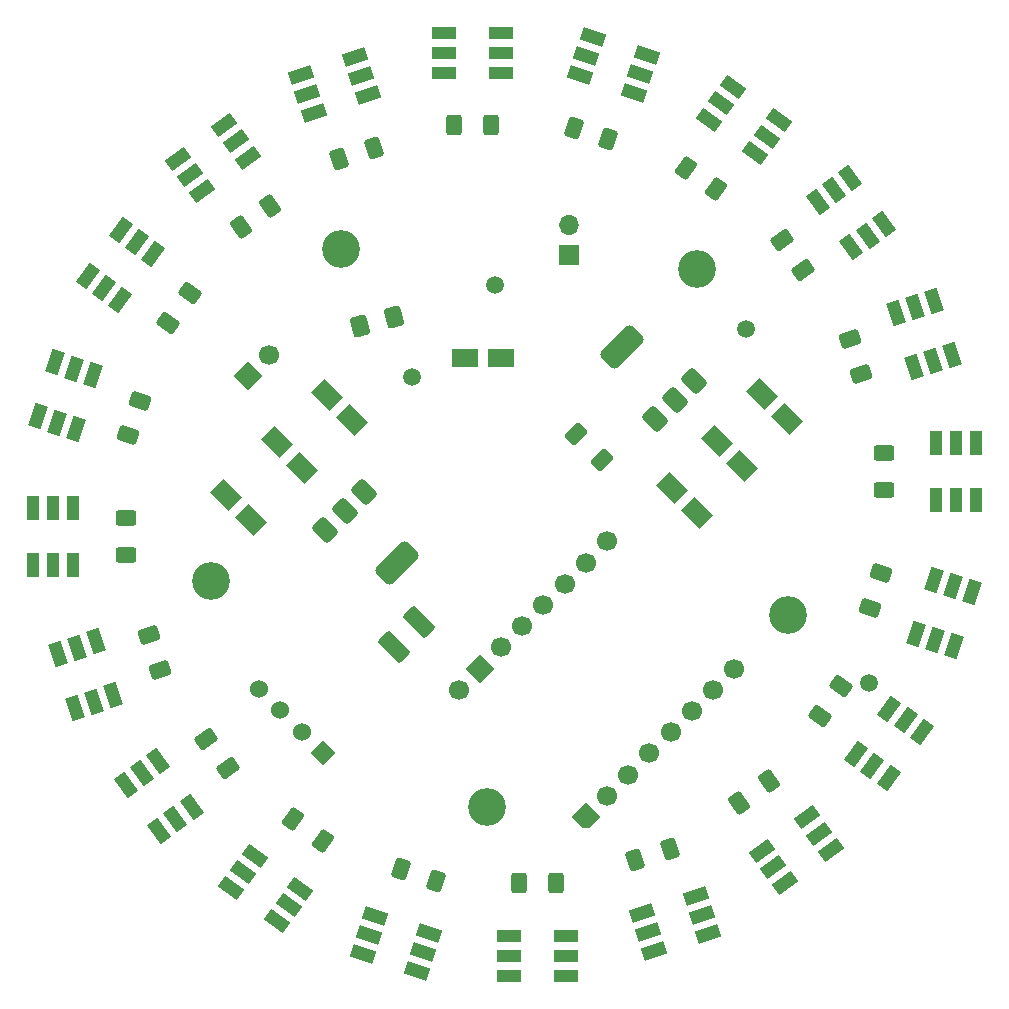
<source format=gbr>
%TF.GenerationSoftware,KiCad,Pcbnew,8.0.4*%
%TF.CreationDate,2024-07-23T01:00:19-04:00*%
%TF.ProjectId,esp32-wroom-table-lights,65737033-322d-4777-926f-6f6d2d746162,rev?*%
%TF.SameCoordinates,Original*%
%TF.FileFunction,Soldermask,Top*%
%TF.FilePolarity,Negative*%
%FSLAX46Y46*%
G04 Gerber Fmt 4.6, Leading zero omitted, Abs format (unit mm)*
G04 Created by KiCad (PCBNEW 8.0.4) date 2024-07-23 01:00:19*
%MOMM*%
%LPD*%
G01*
G04 APERTURE LIST*
G04 Aperture macros list*
%AMRoundRect*
0 Rectangle with rounded corners*
0 $1 Rounding radius*
0 $2 $3 $4 $5 $6 $7 $8 $9 X,Y pos of 4 corners*
0 Add a 4 corners polygon primitive as box body*
4,1,4,$2,$3,$4,$5,$6,$7,$8,$9,$2,$3,0*
0 Add four circle primitives for the rounded corners*
1,1,$1+$1,$2,$3*
1,1,$1+$1,$4,$5*
1,1,$1+$1,$6,$7*
1,1,$1+$1,$8,$9*
0 Add four rect primitives between the rounded corners*
20,1,$1+$1,$2,$3,$4,$5,0*
20,1,$1+$1,$4,$5,$6,$7,0*
20,1,$1+$1,$6,$7,$8,$9,0*
20,1,$1+$1,$8,$9,$2,$3,0*%
%AMHorizOval*
0 Thick line with rounded ends*
0 $1 width*
0 $2 $3 position (X,Y) of the first rounded end (center of the circle)*
0 $4 $5 position (X,Y) of the second rounded end (center of the circle)*
0 Add line between two ends*
20,1,$1,$2,$3,$4,$5,0*
0 Add two circle primitives to create the rounded ends*
1,1,$1,$2,$3*
1,1,$1,$4,$5*%
%AMRotRect*
0 Rectangle, with rotation*
0 The origin of the aperture is its center*
0 $1 length*
0 $2 width*
0 $3 Rotation angle, in degrees counterclockwise*
0 Add horizontal line*
21,1,$1,$2,0,0,$3*%
%AMOutline5P*
0 Free polygon, 5 corners , with rotation*
0 The origin of the aperture is its center*
0 number of corners: always 5*
0 $1 to $10 corner X, Y*
0 $11 Rotation angle, in degrees counterclockwise*
0 create outline with 5 corners*
4,1,5,$1,$2,$3,$4,$5,$6,$7,$8,$9,$10,$1,$2,$11*%
%AMOutline6P*
0 Free polygon, 6 corners , with rotation*
0 The origin of the aperture is its center*
0 number of corners: always 6*
0 $1 to $12 corner X, Y*
0 $13 Rotation angle, in degrees counterclockwise*
0 create outline with 6 corners*
4,1,6,$1,$2,$3,$4,$5,$6,$7,$8,$9,$10,$11,$12,$1,$2,$13*%
%AMOutline7P*
0 Free polygon, 7 corners , with rotation*
0 The origin of the aperture is its center*
0 number of corners: always 7*
0 $1 to $14 corner X, Y*
0 $15 Rotation angle, in degrees counterclockwise*
0 create outline with 7 corners*
4,1,7,$1,$2,$3,$4,$5,$6,$7,$8,$9,$10,$11,$12,$13,$14,$1,$2,$15*%
%AMOutline8P*
0 Free polygon, 8 corners , with rotation*
0 The origin of the aperture is its center*
0 number of corners: always 8*
0 $1 to $16 corner X, Y*
0 $17 Rotation angle, in degrees counterclockwise*
0 create outline with 8 corners*
4,1,8,$1,$2,$3,$4,$5,$6,$7,$8,$9,$10,$11,$12,$13,$14,$15,$16,$1,$2,$17*%
G04 Aperture macros list end*
%ADD10O,1.700000X1.700000*%
%ADD11R,1.700000X1.700000*%
%ADD12RoundRect,0.250000X-0.724784X-0.159099X-0.159099X-0.724784X0.724784X0.159099X0.159099X0.724784X0*%
%ADD13RoundRect,0.250001X0.433103X-1.087175X1.087175X-0.433103X-0.433103X1.087175X-1.087175X0.433103X0*%
%ADD14C,3.200000*%
%ADD15C,1.524000*%
%ADD16RotRect,1.524000X1.524000X225.000000*%
%ADD17RoundRect,0.250000X0.187287X0.718017X-0.573558X0.470804X-0.187287X-0.718017X0.573558X-0.470804X0*%
%ADD18C,1.500000*%
%ADD19RotRect,2.200000X1.600000X135.000000*%
%ADD20RoundRect,0.250000X-0.470804X0.573558X-0.718017X-0.187287X0.470804X-0.573558X0.718017X0.187287X0*%
%ADD21RoundRect,0.250001X0.284978X0.723406X-0.608501X0.483999X-0.284978X-0.723406X0.608501X-0.483999X0*%
%ADD22RotRect,1.100000X2.000000X198.000000*%
%ADD23RoundRect,0.250000X-0.270522X0.690973X-0.740750X0.043759X0.270522X-0.690973X0.740750X-0.043759X0*%
%ADD24RoundRect,0.250000X0.690973X0.270522X0.043759X0.740750X-0.690973X-0.270522X-0.043759X-0.740750X0*%
%ADD25RoundRect,0.250000X-0.740750X-0.043759X-0.270522X-0.690973X0.740750X0.043759X0.270522X0.690973X0*%
%ADD26RoundRect,0.250000X-0.718017X0.187287X-0.470804X-0.573558X0.718017X-0.187287X0.470804X0.573558X0*%
%ADD27RoundRect,0.250000X-0.043759X0.740750X-0.690973X0.270522X0.043759X-0.740750X0.690973X-0.270522X0*%
%ADD28RoundRect,0.250000X0.043759X-0.740750X0.690973X-0.270522X-0.043759X0.740750X-0.690973X0.270522X0*%
%ADD29RoundRect,0.250000X0.400000X0.625000X-0.400000X0.625000X-0.400000X-0.625000X0.400000X-0.625000X0*%
%ADD30RoundRect,0.250000X-0.625000X0.400000X-0.625000X-0.400000X0.625000X-0.400000X0.625000X0.400000X0*%
%ADD31RoundRect,0.250000X0.573558X0.470804X-0.187287X0.718017X-0.573558X-0.470804X0.187287X-0.718017X0*%
%ADD32R,2.000000X1.100000*%
%ADD33RoundRect,0.250000X0.270522X-0.690973X0.740750X-0.043759X-0.270522X0.690973X-0.740750X0.043759X0*%
%ADD34RotRect,2.200000X1.600000X315.000000*%
%ADD35HorizOval,1.700000X0.000000X0.000000X0.000000X0.000000X0*%
%ADD36RotRect,1.700000X1.700000X135.000000*%
%ADD37Outline5P,-0.850000X0.425000X-0.425000X0.850000X0.850000X0.850000X0.850000X-0.850000X-0.850000X-0.850000X135.000000*%
%ADD38RoundRect,0.250000X-0.187287X-0.718017X0.573558X-0.470804X0.187287X0.718017X-0.573558X0.470804X0*%
%ADD39RoundRect,0.250000X-0.400000X-0.625000X0.400000X-0.625000X0.400000X0.625000X-0.400000X0.625000X0*%
%ADD40RotRect,1.100000X2.000000X126.000000*%
%ADD41RoundRect,0.250000X-0.573558X-0.470804X0.187287X-0.718017X0.573558X0.470804X-0.187287X0.718017X0*%
%ADD42RotRect,1.100000X2.000000X54.000000*%
%ADD43R,1.100000X2.000000*%
%ADD44RotRect,1.100000X2.000000X36.000000*%
%ADD45RotRect,1.100000X2.000000X306.000000*%
%ADD46RotRect,1.100000X2.000000X342.000000*%
%ADD47RoundRect,0.250000X-0.690973X-0.270522X-0.043759X-0.740750X0.690973X0.270522X0.043759X0.740750X0*%
%ADD48RoundRect,0.250000X0.470804X-0.573558X0.718017X0.187287X-0.470804X0.573558X-0.718017X-0.187287X0*%
%ADD49RoundRect,0.500000X1.343503X0.636396X0.636396X1.343503X-1.343503X-0.636396X-0.636396X-1.343503X0*%
%ADD50RoundRect,0.375000X0.707107X-0.176777X-0.176777X0.707107X-0.707107X0.176777X0.176777X-0.707107X0*%
%ADD51RotRect,1.100000X2.000000X18.000000*%
%ADD52RotRect,1.100000X2.000000X324.000000*%
%ADD53RoundRect,0.250000X0.625000X-0.400000X0.625000X0.400000X-0.625000X0.400000X-0.625000X-0.400000X0*%
%ADD54RotRect,1.100000X2.000000X72.000000*%
%ADD55RotRect,1.100000X2.000000X216.000000*%
%ADD56RoundRect,0.250000X0.740750X0.043759X0.270522X0.690973X-0.740750X-0.043759X-0.270522X-0.690973X0*%
%ADD57RotRect,1.100000X2.000000X144.000000*%
%ADD58RotRect,1.100000X2.000000X252.000000*%
%ADD59RotRect,1.100000X2.000000X288.000000*%
%ADD60RotRect,1.100000X2.000000X108.000000*%
%ADD61R,2.200000X1.600000*%
%ADD62RoundRect,0.250000X0.718017X-0.187287X0.470804X0.573558X-0.718017X0.187287X-0.470804X-0.573558X0*%
%ADD63RoundRect,0.375000X-0.707107X0.176777X0.176777X-0.707107X0.707107X-0.176777X-0.176777X0.707107X0*%
%ADD64RoundRect,0.500000X-1.343503X-0.636396X-0.636396X-1.343503X1.343503X0.636396X0.636396X1.343503X0*%
%ADD65RotRect,1.100000X2.000000X234.000000*%
%ADD66RotRect,1.100000X2.000000X162.000000*%
G04 APERTURE END LIST*
D10*
%TO.C,D4*%
X105475000Y-76127500D03*
D11*
X105475000Y-78667500D03*
%TD*%
D12*
%TO.C,R2*%
X106003984Y-93853984D03*
X108196016Y-96046016D03*
%TD*%
D13*
%TO.C,D2*%
X90648179Y-111901822D03*
X92751821Y-109798178D03*
%TD*%
D14*
%TO.C,H1*%
X98508579Y-125467112D03*
%TD*%
%TO.C,H1*%
X75128251Y-106313148D03*
%TD*%
%TO.C,H1*%
X86119835Y-78158234D03*
%TD*%
%TO.C,H1*%
X116293335Y-79911505D03*
%TD*%
%TO.C,H1*%
X123950000Y-109150000D03*
%TD*%
D15*
%TO.C,J2*%
X82796051Y-119046051D03*
X81000000Y-117250000D03*
X79203949Y-115453949D03*
D16*
X84592102Y-120842102D03*
%TD*%
D17*
%TO.C,R1*%
X114008989Y-129000141D03*
X111060713Y-129958093D03*
%TD*%
D18*
%TO.C,TP4*%
X92150000Y-89000000D03*
%TD*%
D19*
%TO.C,C7*%
X78510660Y-101110660D03*
X76389340Y-98989340D03*
%TD*%
D20*
%TO.C,R1*%
X131857687Y-105629902D03*
X130899735Y-108578178D03*
%TD*%
D21*
%TO.C,D1*%
X90586815Y-83915006D03*
X87713185Y-84684994D03*
%TD*%
D22*
%TO.C,D3*%
X63625262Y-117033900D03*
X65242058Y-116508571D03*
X66858854Y-115983242D03*
X65375572Y-111418170D03*
X63758776Y-111943499D03*
X62141980Y-112468828D03*
%TD*%
D23*
%TO.C,R1*%
X128496922Y-115189134D03*
X126674788Y-117697086D03*
%TD*%
D24*
%TO.C,R1*%
X84610866Y-128296922D03*
X82102914Y-126474788D03*
%TD*%
D25*
%TO.C,R1*%
X123441969Y-77453321D03*
X125264103Y-79961273D03*
%TD*%
D26*
%TO.C,R1*%
X129200141Y-85791011D03*
X130158093Y-88739287D03*
%TD*%
D27*
%TO.C,R1*%
X122346679Y-123241969D03*
X119838727Y-125064103D03*
%TD*%
D28*
%TO.C,R1*%
X77653321Y-76358031D03*
X80161273Y-74535897D03*
%TD*%
D29*
%TO.C,R1*%
X104300000Y-131900000D03*
X101200000Y-131900000D03*
%TD*%
D30*
%TO.C,R1*%
X132100000Y-95500000D03*
X132100000Y-98600000D03*
%TD*%
D31*
%TO.C,R1*%
X94170098Y-131657687D03*
X91221822Y-130699735D03*
%TD*%
D32*
%TO.C,D3*%
X105150000Y-139720000D03*
X105150000Y-138020000D03*
X105150000Y-136320000D03*
X100350000Y-136320000D03*
X100350000Y-138020000D03*
X100350000Y-139720000D03*
%TD*%
D33*
%TO.C,R1*%
X71503078Y-84410866D03*
X73325212Y-81902914D03*
%TD*%
D34*
%TO.C,C5*%
X116310660Y-100510660D03*
X114189340Y-98389340D03*
%TD*%
D35*
%TO.C,U1*%
X96085539Y-115511846D03*
D36*
X97881590Y-113715795D03*
D35*
X99677641Y-111919744D03*
X101473693Y-110123693D03*
X103269744Y-108327642D03*
X105065795Y-106531590D03*
X106861846Y-104735539D03*
X108657897Y-102939488D03*
X119434205Y-113715795D03*
X117638154Y-115511846D03*
X115842102Y-117307898D03*
X114046051Y-119103949D03*
X112250000Y-120900000D03*
X110453949Y-122696051D03*
X108657897Y-124492103D03*
D37*
X106861846Y-126288154D03*
%TD*%
D38*
%TO.C,R1*%
X85991011Y-70599859D03*
X88939287Y-69641907D03*
%TD*%
D39*
%TO.C,R1*%
X95700000Y-67700000D03*
X98800000Y-67700000D03*
%TD*%
D40*
%TO.C,D3*%
X72369175Y-70531136D03*
X73368410Y-71906465D03*
X74367645Y-73281793D03*
X78250927Y-70460424D03*
X77251692Y-69085095D03*
X76252457Y-67709767D03*
%TD*%
D41*
%TO.C,R1*%
X105829902Y-67942313D03*
X108778178Y-68900265D03*
%TD*%
D42*
%TO.C,D3*%
X119297950Y-64476948D03*
X118298715Y-65852276D03*
X117299480Y-67227605D03*
X121182762Y-70048974D03*
X122181997Y-68673646D03*
X123181232Y-67298317D03*
%TD*%
D43*
%TO.C,D3*%
X60080000Y-104950000D03*
X61780000Y-104950000D03*
X63480000Y-104950000D03*
X63480000Y-100150000D03*
X61780000Y-100150000D03*
X60080000Y-100150000D03*
%TD*%
D44*
%TO.C,D3*%
X129268864Y-72169175D03*
X127893535Y-73168410D03*
X126518207Y-74167645D03*
X129339576Y-78050927D03*
X130714905Y-77051692D03*
X132090233Y-76052457D03*
%TD*%
D45*
%TO.C,D3*%
X127630825Y-129068864D03*
X126631590Y-127693535D03*
X125632355Y-126318207D03*
X121749073Y-129139576D03*
X122748308Y-130514905D03*
X123747543Y-131890233D03*
%TD*%
D34*
%TO.C,C2*%
X123910660Y-92610660D03*
X121789340Y-90489340D03*
%TD*%
D18*
%TO.C,TP1*%
X99150000Y-81200000D03*
%TD*%
D46*
%TO.C,D3*%
X139557614Y-107238017D03*
X137940818Y-106712688D03*
X136324022Y-106187359D03*
X134840740Y-110752431D03*
X136457536Y-111277760D03*
X138074332Y-111803089D03*
%TD*%
D47*
%TO.C,R1*%
X115389134Y-71303078D03*
X117897086Y-73125212D03*
%TD*%
D48*
%TO.C,R1*%
X68142313Y-93970098D03*
X69100265Y-91021822D03*
%TD*%
D49*
%TO.C,U2*%
X109922614Y-86522614D03*
D50*
X116003732Y-89351041D03*
X114377386Y-90977386D03*
X112751041Y-92603732D03*
%TD*%
D51*
%TO.C,D3*%
X136374738Y-82566100D03*
X134757942Y-83091429D03*
X133141146Y-83616758D03*
X134624428Y-88181830D03*
X136241224Y-87656501D03*
X137858020Y-87131172D03*
%TD*%
D52*
%TO.C,D3*%
X135323052Y-119097950D03*
X133947724Y-118098715D03*
X132572395Y-117099480D03*
X129751026Y-120982762D03*
X131126354Y-121981997D03*
X132501683Y-122981232D03*
%TD*%
D53*
%TO.C,R1*%
X67900000Y-104100000D03*
X67900000Y-101000000D03*
%TD*%
D54*
%TO.C,D3*%
X107438017Y-60242386D03*
X106912688Y-61859182D03*
X106387359Y-63475978D03*
X110952431Y-64959260D03*
X111477760Y-63342464D03*
X112003089Y-61725668D03*
%TD*%
D19*
%TO.C,C3*%
X87088046Y-92638046D03*
X84966726Y-90516726D03*
%TD*%
D55*
%TO.C,D3*%
X70731136Y-127430825D03*
X72106465Y-126431590D03*
X73481793Y-125432355D03*
X70660424Y-121549073D03*
X69285095Y-122548308D03*
X67909767Y-123547543D03*
%TD*%
D56*
%TO.C,R1*%
X76558031Y-122146679D03*
X74735897Y-119638727D03*
%TD*%
D57*
%TO.C,D3*%
X64676948Y-80502050D03*
X66052276Y-81501285D03*
X67427605Y-82500520D03*
X70248974Y-78617238D03*
X68873646Y-77618003D03*
X67498317Y-76618768D03*
%TD*%
D58*
%TO.C,D3*%
X92561983Y-139357614D03*
X93087312Y-137740818D03*
X93612641Y-136124022D03*
X89047569Y-134640740D03*
X88522240Y-136257536D03*
X87996911Y-137874332D03*
%TD*%
D18*
%TO.C,TP2*%
X130800000Y-114900000D03*
%TD*%
D34*
%TO.C,C4*%
X120110660Y-96560660D03*
X117989340Y-94439340D03*
%TD*%
D19*
%TO.C,C6*%
X82838046Y-96688046D03*
X80716726Y-94566726D03*
%TD*%
D36*
%TO.C,J1*%
X78248439Y-88916206D03*
D35*
X80044491Y-87120155D03*
%TD*%
D59*
%TO.C,D3*%
X117233900Y-136174738D03*
X116708571Y-134557942D03*
X116183242Y-132941146D03*
X111618170Y-134424428D03*
X112143499Y-136041224D03*
X112668828Y-137658020D03*
%TD*%
D60*
%TO.C,D3*%
X82766100Y-63425262D03*
X83291429Y-65042058D03*
X83816758Y-66658854D03*
X88381830Y-65175572D03*
X87856501Y-63558776D03*
X87331172Y-61941980D03*
%TD*%
D61*
%TO.C,C1*%
X96650000Y-87450000D03*
X99650000Y-87450000D03*
%TD*%
D62*
%TO.C,R1*%
X70799859Y-113808989D03*
X69841907Y-110860713D03*
%TD*%
D43*
%TO.C,D3*%
X139920000Y-94650000D03*
X138220000Y-94650000D03*
X136520000Y-94650000D03*
X136520000Y-99450000D03*
X138220000Y-99450000D03*
X139920000Y-99450000D03*
%TD*%
D63*
%TO.C,U3*%
X88076345Y-98723654D03*
X86450000Y-100350000D03*
X84823654Y-101976345D03*
D64*
X90904772Y-104804772D03*
%TD*%
D65*
%TO.C,D3*%
X80702050Y-135123052D03*
X81701285Y-133747724D03*
X82700520Y-132372395D03*
X78817238Y-129551026D03*
X77818003Y-130926354D03*
X76818768Y-132301683D03*
%TD*%
D18*
%TO.C,TP3*%
X120450000Y-84950000D03*
%TD*%
D66*
%TO.C,D3*%
X60442386Y-92361983D03*
X62059182Y-92887312D03*
X63675978Y-93412641D03*
X65159260Y-88847569D03*
X63542464Y-88322240D03*
X61925668Y-87796911D03*
%TD*%
D32*
%TO.C,D3*%
X94850000Y-59880000D03*
X94850000Y-61580000D03*
X94850000Y-63280000D03*
X99650000Y-63280000D03*
X99650000Y-61580000D03*
X99650000Y-59880000D03*
%TD*%
M02*

</source>
